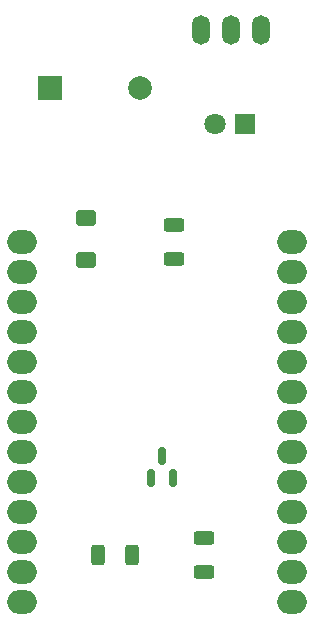
<source format=gbr>
G04 #@! TF.GenerationSoftware,KiCad,Pcbnew,8.0.0*
G04 #@! TF.CreationDate,2024-03-10T17:40:45+01:00*
G04 #@! TF.ProjectId,mailboxguard_shield,6d61696c-626f-4786-9775-6172645f7368,rev?*
G04 #@! TF.SameCoordinates,PX41cdb40PY4ead9a0*
G04 #@! TF.FileFunction,Soldermask,Top*
G04 #@! TF.FilePolarity,Negative*
%FSLAX46Y46*%
G04 Gerber Fmt 4.6, Leading zero omitted, Abs format (unit mm)*
G04 Created by KiCad (PCBNEW 8.0.0) date 2024-03-10 17:40:45*
%MOMM*%
%LPD*%
G01*
G04 APERTURE LIST*
G04 Aperture macros list*
%AMRoundRect*
0 Rectangle with rounded corners*
0 $1 Rounding radius*
0 $2 $3 $4 $5 $6 $7 $8 $9 X,Y pos of 4 corners*
0 Add a 4 corners polygon primitive as box body*
4,1,4,$2,$3,$4,$5,$6,$7,$8,$9,$2,$3,0*
0 Add four circle primitives for the rounded corners*
1,1,$1+$1,$2,$3*
1,1,$1+$1,$4,$5*
1,1,$1+$1,$6,$7*
1,1,$1+$1,$8,$9*
0 Add four rect primitives between the rounded corners*
20,1,$1+$1,$2,$3,$4,$5,0*
20,1,$1+$1,$4,$5,$6,$7,0*
20,1,$1+$1,$6,$7,$8,$9,0*
20,1,$1+$1,$8,$9,$2,$3,0*%
G04 Aperture macros list end*
%ADD10RoundRect,0.250000X-0.625000X0.312500X-0.625000X-0.312500X0.625000X-0.312500X0.625000X0.312500X0*%
%ADD11RoundRect,0.150000X0.150000X-0.587500X0.150000X0.587500X-0.150000X0.587500X-0.150000X-0.587500X0*%
%ADD12RoundRect,0.250000X-0.600000X0.400000X-0.600000X-0.400000X0.600000X-0.400000X0.600000X0.400000X0*%
%ADD13RoundRect,0.250000X-0.312500X-0.625000X0.312500X-0.625000X0.312500X0.625000X-0.312500X0.625000X0*%
%ADD14RoundRect,0.250000X0.625000X-0.312500X0.625000X0.312500X-0.625000X0.312500X-0.625000X-0.312500X0*%
%ADD15R,1.800000X1.800000*%
%ADD16C,1.800000*%
%ADD17R,2.000000X2.000000*%
%ADD18C,2.000000*%
%ADD19O,2.500000X2.000000*%
%ADD20O,1.524000X2.500000*%
G04 APERTURE END LIST*
D10*
G04 #@! TO.C,R1*
X23537500Y7962500D03*
X23537500Y5037500D03*
G04 #@! TD*
D11*
G04 #@! TO.C,Q1*
X19000000Y13000000D03*
X20900000Y13000000D03*
X19950000Y14875000D03*
G04 #@! TD*
D12*
G04 #@! TO.C,D2*
X13500000Y35000000D03*
X13500000Y31500000D03*
G04 #@! TD*
D13*
G04 #@! TO.C,R2*
X14537500Y6500000D03*
X17462500Y6500000D03*
G04 #@! TD*
D14*
G04 #@! TO.C,R3*
X21000000Y31537500D03*
X21000000Y34462500D03*
G04 #@! TD*
D15*
G04 #@! TO.C,D1*
X27000000Y43000000D03*
D16*
X24460000Y43000000D03*
G04 #@! TD*
D17*
G04 #@! TO.C,BZ1*
X10500000Y46000000D03*
D18*
X18100000Y46000000D03*
G04 #@! TD*
D19*
G04 #@! TO.C,U1*
X8140000Y2500000D03*
X8140000Y5040000D03*
X8140000Y7580000D03*
X8140000Y10120000D03*
X8140000Y12660000D03*
X8140000Y15200000D03*
X8140000Y17740000D03*
X8140000Y20280000D03*
X8140000Y22820000D03*
X8140000Y25360000D03*
X8140000Y27900000D03*
X8140000Y30440000D03*
X8140000Y32980000D03*
X31000000Y2500000D03*
X31000000Y5040000D03*
X31000000Y7580000D03*
X31000000Y10120000D03*
X31000000Y12660000D03*
X31000000Y15200000D03*
X31000000Y17740000D03*
X31000000Y20280000D03*
X31000000Y22820000D03*
X31000000Y25360000D03*
X31000000Y27900000D03*
X31000000Y30440000D03*
X31000000Y32980000D03*
G04 #@! TD*
D20*
G04 #@! TO.C,SW1*
X23296742Y50959563D03*
X25836742Y50959563D03*
X28376742Y50959563D03*
G04 #@! TD*
M02*

</source>
